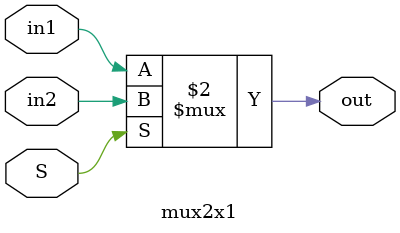
<source format=sv>
module mux2x1(
    input logic S, 
    input logic in1, 
    input logic in2,
    output logic out
);
    assign out = ~S ? (in1):(in2); // added ~ to S
    
endmodule : mux2x1
</source>
